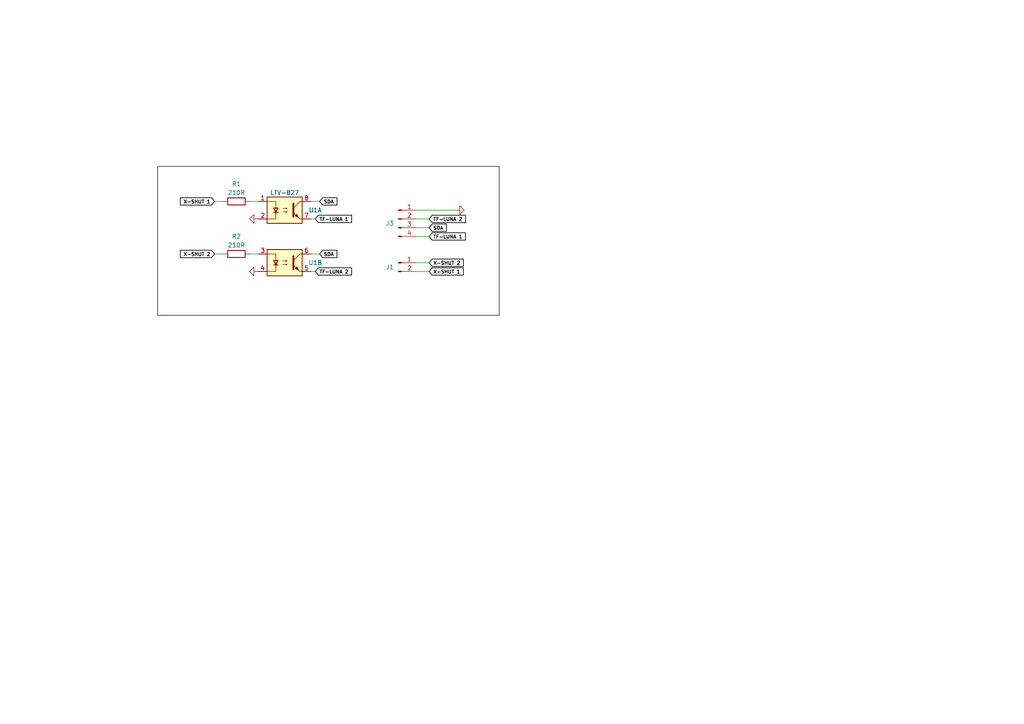
<source format=kicad_sch>
(kicad_sch (version 20230121) (generator eeschema)
  (paper "A4")
  (lib_symbols
    (symbol "Connector:Conn_01x02_Pin" (pin_names (offset 1.016) hide)
      (property "Reference" "J" (at 0 2.54 0))
      (property "Value" "Conn_01x02_Pin" (at 0 -5.08 0))
      (symbol "Conn_01x02_Pin_1_1"
        (polyline (pts (xy 1.27 -2.54) (xy 0.8636 -2.54)) (stroke (width 0.1524)))
        (polyline (pts (xy 1.27 0) (xy 0.8636 0)) (stroke (width 0.1524)))
        (rectangle (start 0.8636 -2.413) (end 0 -2.667) (stroke (width 0.1524)) (fill (type outline)))
        (rectangle (start 0.8636 0.127) (end 0 -0.127) (stroke (width 0.1524)) (fill (type outline)))
        (pin passive line (at 5.08 0 180) (length 3.81) (name "Pin_1") (number "1"))
        (pin passive line (at 5.08 -2.54 180) (length 3.81) (name "Pin_2") (number "2"))
      )
    )
    (symbol "Connector:Conn_01x04_Pin" (pin_names (offset 1.016) hide)
      (property "Reference" "J" (at 0 5.08 0))
      (property "Value" "Conn_01x04_Pin" (at 0 -7.62 0))
      (symbol "Conn_01x04_Pin_1_1"
        (polyline (pts (xy 1.27 -5.08) (xy 0.8636 -5.08)) (stroke (width 0.1524)))
        (polyline (pts (xy 1.27 -2.54) (xy 0.8636 -2.54)) (stroke (width 0.1524)))
        (polyline (pts (xy 1.27 0) (xy 0.8636 0)) (stroke (width 0.1524)))
        (polyline (pts (xy 1.27 2.54) (xy 0.8636 2.54)) (stroke (width 0.1524)))
        (rectangle (start 0.8636 -4.953) (end 0 -5.207) (stroke (width 0.1524)) (fill (type outline)))
        (rectangle (start 0.8636 -2.413) (end 0 -2.667) (stroke (width 0.1524)) (fill (type outline)))
        (rectangle (start 0.8636 0.127) (end 0 -0.127) (stroke (width 0.1524)) (fill (type outline)))
        (rectangle (start 0.8636 2.667) (end 0 2.413) (stroke (width 0.1524)) (fill (type outline)))
        (pin passive line (at 5.08 2.54 180) (length 3.81) (name "Pin_1") (number "1"))
        (pin passive line (at 5.08 0 180) (length 3.81) (name "Pin_2") (number "2"))
        (pin passive line (at 5.08 -2.54 180) (length 3.81) (name "Pin_3") (number "3"))
        (pin passive line (at 5.08 -5.08 180) (length 3.81) (name "Pin_4") (number "4"))
      )
    )
    (symbol "Device:R" (pin_numbers hide) (pin_names (offset 0))
      (property "Reference" "R" (at 2.032 0 90))
      (property "Value" "R" (at 0 0 90))
      (symbol "R_0_1"
        (rectangle (start -1.016 -2.54) (end 1.016 2.54) (stroke (width 0.254)))
      )
      (symbol "R_1_1"
        (pin passive line (at 0 3.81 270) (length 1.27) (name "~") (number "1"))
        (pin passive line (at 0 -3.81 90) (length 1.27) (name "~") (number "2"))
      )
    )
    (symbol "Isolator:LTV-827" (pin_names (offset 1.016))
      (property "Reference" "U" (at -5.08 5.08 0))
      (property "Value" "LTV-827" (at 0 5.08 0))
      (symbol "LTV-827_0_1"
        (rectangle (start -5.08 3.81) (end 5.08 -3.81) (stroke (width 0.254)) (fill (type background)))
        (polyline (pts (xy -3.175 -0.635) (xy -1.905 -0.635)) (stroke (width 0.254)))
        (polyline (pts (xy 2.54 0.635) (xy 4.445 2.54)))
        (polyline (pts (xy 4.445 -2.54) (xy 2.54 -0.635)) (fill (type outline)))
        (polyline (pts (xy 4.445 -2.54) (xy 5.08 -2.54)))
        (polyline (pts (xy 4.445 2.54) (xy 5.08 2.54)))
        (polyline (pts (xy -2.54 -0.635) (xy -2.54 -2.54) (xy -5.08 -2.54)))
        (polyline (pts (xy 2.54 1.905) (xy 2.54 -1.905) (xy 2.54 -1.905)) (stroke (width 0.508)))
        (polyline (pts (xy -5.08 2.54) (xy -2.54 2.54) (xy -2.54 -1.27) (xy -2.54 0.635)))
        (polyline (pts (xy -2.54 -0.635) (xy -3.175 0.635) (xy -1.905 0.635) (xy -2.54 -0.635)) (stroke (width 0.254)))
        (polyline (pts (xy -0.508 -0.508) (xy 0.762 -0.508) (xy 0.381 -0.635) (xy 0.381 -0.381) (xy 0.762 -0.508)))
        (polyline (pts (xy -0.508 0.508) (xy 0.762 0.508) (xy 0.381 0.381) (xy 0.381 0.635) (xy 0.762 0.508)))
        (polyline (pts (xy 3.048 -1.651) (xy 3.556 -1.143) (xy 4.064 -2.159) (xy 3.048 -1.651) (xy 3.048 -1.651)) (fill (type outline)))
      )
      (symbol "LTV-827_1_1"
        (pin passive line (at -7.62 2.54 0) (length 2.54) (name "~") (number "1"))
        (pin passive line (at -7.62 -2.54 0) (length 2.54) (name "~") (number "2"))
        (pin passive line (at 7.62 -2.54 180) (length 2.54) (name "~") (number "7"))
        (pin passive line (at 7.62 2.54 180) (length 2.54) (name "~") (number "8"))
      )
      (symbol "LTV-827_2_1"
        (pin passive line (at -7.62 2.54 0) (length 2.54) (name "~") (number "3"))
        (pin passive line (at -7.62 -2.54 0) (length 2.54) (name "~") (number "4"))
        (pin passive line (at 7.62 -2.54 180) (length 2.54) (name "~") (number "5"))
        (pin passive line (at 7.62 2.54 180) (length 2.54) (name "~") (number "6"))
      )
    )
    (symbol "power:GND" (power) (pin_names (offset 0))
      (property "Value" "GND" (at 0 -3.81 0))
      (symbol "GND_0_1"
        (polyline (pts (xy 0 0) (xy 0 -1.27) (xy 1.27 -1.27) (xy 0 -2.54) (xy -1.27 -1.27) (xy 0 -1.27)))
      )
      (symbol "GND_1_1"
        (pin power_in line (at 0 0 270) (length 0) hide (name "GND") (number "1"))
      )
    )
  )
  (wire (pts (xy 62.23 58.42) (xy 64.77 58.42)))
  (wire (pts (xy 120.65 60.96) (xy 132.08 60.96)))
  (wire (pts (xy 92.71 73.66) (xy 90.17 73.66)))
  (wire (pts (xy 72.39 58.42) (xy 74.93 58.42)))
  (wire (pts (xy 124.46 76.2) (xy 120.65 76.2)))
  (wire (pts (xy 91.44 63.5) (xy 90.17 63.5)))
  (wire (pts (xy 124.46 78.74) (xy 120.65 78.74)))
  (wire (pts (xy 91.44 78.74) (xy 90.17 78.74)))
  (wire (pts (xy 124.46 68.58) (xy 120.65 68.58)))
  (wire (pts (xy 92.71 58.42) (xy 90.17 58.42)))
  (wire (pts (xy 124.46 66.04) (xy 120.65 66.04)))
  (wire (pts (xy 72.39 73.66) (xy 74.93 73.66)))
  (wire (pts (xy 62.23 73.66) (xy 64.77 73.66)))
  (wire (pts (xy 124.46 63.5) (xy 120.65 63.5)))
  (rectangle (start 45.72 48.26) (end 144.78 91.44) (stroke (width 0) (color 0 0 0 1)))
  (global_label "SDA" (shape input) (at 92.71 58.42 0) (effects (font (size 1 1) (thickness 0.2) bold)) (property "Intersheetrefs" "${INTERSHEET_REFS}" (effects hide)))
  (global_label "TF-LUNA 1" (shape input) (at 91.44 63.5 0) (effects (font (size 1 1) (thickness 0.2) bold)) (property "Intersheetrefs" "${INTERSHEET_REFS}" (effects hide)))
  (global_label "X-SHUT 1" (shape input) (at 62.23 58.42 180) (effects (font (size 1 1) (thickness 0.2) bold)) (property "Intersheetrefs" "${INTERSHEET_REFS}" (effects hide)))
  (global_label "TF-LUNA 2" (shape input) (at 124.46 63.5 0) (effects (font (size 1 1) (thickness 0.2) bold)) (property "Intersheetrefs" "${INTERSHEET_REFS}" (effects hide)))
  (global_label "SDA" (shape input) (at 124.46 66.04 0) (effects (font (size 1 1) (thickness 0.2) bold)) (property "Intersheetrefs" "${INTERSHEET_REFS}" (effects hide)))
  (global_label "X-SHUT 1" (shape input) (at 124.46 78.74 0) (effects (font (size 1 1) (thickness 0.2) bold)) (property "Intersheetrefs" "${INTERSHEET_REFS}" (effects hide)))
  (global_label "TF-LUNA 1" (shape input) (at 124.46 68.58 0) (effects (font (size 1 1) (thickness 0.2) bold)) (property "Intersheetrefs" "${INTERSHEET_REFS}" (effects hide)))
  (global_label "X-SHUT 2" (shape input) (at 124.46 76.2 0) (effects (font (size 1 1) (thickness 0.2) bold)) (property "Intersheetrefs" "${INTERSHEET_REFS}" (effects hide)))
  (global_label "X-SHUT 2" (shape input) (at 62.23 73.66 180) (effects (font (size 1 1) (thickness 0.2) bold)) (property "Intersheetrefs" "${INTERSHEET_REFS}" (effects hide)))
  (global_label "SDA" (shape input) (at 92.71 73.66 0) (effects (font (size 1 1) (thickness 0.2) bold)) (property "Intersheetrefs" "${INTERSHEET_REFS}" (effects hide)))
  (global_label "TF-LUNA 2" (shape input) (at 91.44 78.74 0) (effects (font (size 1 1) (thickness 0.2) bold)) (property "Intersheetrefs" "${INTERSHEET_REFS}" (effects hide)))
  (symbol (lib_id "Connector:Conn_01x02_Pin") (at 115.57 76.2 0) (unit 1)
    (property "Reference" "J1" (at 114.3 77.47 0) (effects (justify right)))
    (property "Value" "Conn_01x02_Pin" (effects hide))
    (property "Footprint" "Connector_JST:JST_XH_B2B-XH-A_1x02_P2.50mm_Vertical" (effects hide))
  )
  (symbol (lib_id "power:GND") (at 74.93 78.74 270) (unit 1)
    (property "Reference" "#PWR02" (effects hide))
    (property "Value" "GND" (effects hide))
  )
  (symbol (lib_id "power:GND") (at 132.08 60.96 90) (unit 1)
    (property "Reference" "#PWR04" (effects hide))
    (property "Value" "GND" (effects hide))
  )
  (symbol (lib_id "Isolator:LTV-827") (at 82.55 76.2 0) (unit 2)
    (property "Reference" "U1" (at 91.44 76.2 0))
    (property "Value" "LTV-827" (effects hide))
    (property "Footprint" "Package_DIP:DIP-8_W7.62mm" (effects hide))
    (property "Datasheet" "http://optoelectronics.liteon.com/upload/download/DS-70-96-0016/LTV-8X7%20series%20201610%20.pdf" (effects hide))
  )
  (symbol (lib_id "Connector:Conn_01x04_Pin") (at 115.57 63.5 0) (unit 1)
    (property "Reference" "J3" (at 113.03 64.77 0))
    (property "Value" "Conn_01x04_Pin" (effects hide))
    (property "Footprint" "Connector_JST:JST_XH_B4B-XH-A_1x04_P2.50mm_Vertical" (effects hide))
  )
  (symbol (lib_id "Device:R") (at 68.58 73.66 90) (unit 1)
    (property "Reference" "R2" (at 68.58 68.58 90))
    (property "Value" "210R" (at 68.58 71.12 90))
    (property "Footprint" "Resistor_THT:R_Axial_DIN0207_L6.3mm_D2.5mm_P10.16mm_Horizontal" (effects hide))
  )
  (symbol (lib_id "power:GND") (at 74.93 63.5 270) (unit 1)
    (property "Reference" "#PWR01" (effects hide))
    (property "Value" "GND" (effects hide))
  )
  (symbol (lib_id "Device:R") (at 68.58 58.42 90) (unit 1)
    (property "Reference" "R1" (at 68.58 53.34 90))
    (property "Value" "210R" (at 68.58 55.88 90))
    (property "Footprint" "Resistor_THT:R_Axial_DIN0207_L6.3mm_D2.5mm_P10.16mm_Horizontal" (effects hide))
  )
  (symbol (lib_id "Isolator:LTV-827") (at 82.55 60.96 0) (unit 1)
    (property "Reference" "U1" (at 91.44 60.96 0))
    (property "Value" "LTV-827" (at 82.55 55.88 0))
    (property "Footprint" "Package_DIP:DIP-8_W7.62mm" (effects hide))
    (property "Datasheet" "http://optoelectronics.liteon.com/upload/download/DS-70-96-0016/LTV-8X7%20series%20201610%20.pdf" (effects hide))
  )
)
</source>
